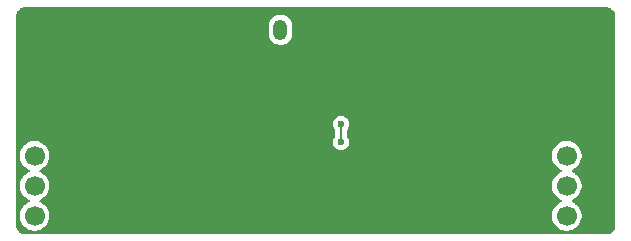
<source format=gbl>
G04 #@! TF.GenerationSoftware,KiCad,Pcbnew,9.0.1*
G04 #@! TF.CreationDate,2025-05-19T19:41:34+12:00*
G04 #@! TF.ProjectId,breadbat,62726561-6462-4617-942e-6b696361645f,v1.0.1*
G04 #@! TF.SameCoordinates,Original*
G04 #@! TF.FileFunction,Copper,L2,Bot*
G04 #@! TF.FilePolarity,Positive*
%FSLAX46Y46*%
G04 Gerber Fmt 4.6, Leading zero omitted, Abs format (unit mm)*
G04 Created by KiCad (PCBNEW 9.0.1) date 2025-05-19 19:41:34*
%MOMM*%
%LPD*%
G01*
G04 APERTURE LIST*
G04 Aperture macros list*
%AMRoundRect*
0 Rectangle with rounded corners*
0 $1 Rounding radius*
0 $2 $3 $4 $5 $6 $7 $8 $9 X,Y pos of 4 corners*
0 Add a 4 corners polygon primitive as box body*
4,1,4,$2,$3,$4,$5,$6,$7,$8,$9,$2,$3,0*
0 Add four circle primitives for the rounded corners*
1,1,$1+$1,$2,$3*
1,1,$1+$1,$4,$5*
1,1,$1+$1,$6,$7*
1,1,$1+$1,$8,$9*
0 Add four rect primitives between the rounded corners*
20,1,$1+$1,$2,$3,$4,$5,0*
20,1,$1+$1,$4,$5,$6,$7,0*
20,1,$1+$1,$6,$7,$8,$9,0*
20,1,$1+$1,$8,$9,$2,$3,0*%
G04 Aperture macros list end*
G04 #@! TA.AperFunction,HeatsinkPad*
%ADD10C,0.500000*%
G04 #@! TD*
G04 #@! TA.AperFunction,HeatsinkPad*
%ADD11R,1.900000X2.900000*%
G04 #@! TD*
G04 #@! TA.AperFunction,ComponentPad*
%ADD12O,1.200000X1.750000*%
G04 #@! TD*
G04 #@! TA.AperFunction,ComponentPad*
%ADD13RoundRect,0.250000X-0.350000X-0.625000X0.350000X-0.625000X0.350000X0.625000X-0.350000X0.625000X0*%
G04 #@! TD*
G04 #@! TA.AperFunction,HeatsinkPad*
%ADD14O,1.000000X1.700000*%
G04 #@! TD*
G04 #@! TA.AperFunction,ComponentPad*
%ADD15R,1.700000X1.700000*%
G04 #@! TD*
G04 #@! TA.AperFunction,ComponentPad*
%ADD16C,1.700000*%
G04 #@! TD*
G04 #@! TA.AperFunction,SMDPad,CuDef*
%ADD17C,1.500000*%
G04 #@! TD*
G04 #@! TA.AperFunction,ViaPad*
%ADD18C,0.800000*%
G04 #@! TD*
G04 #@! TA.AperFunction,ViaPad*
%ADD19C,0.600000*%
G04 #@! TD*
G04 #@! TA.AperFunction,Conductor*
%ADD20C,0.150000*%
G04 #@! TD*
G04 APERTURE END LIST*
D10*
X101027500Y-70837500D03*
X101027500Y-69637500D03*
X101027500Y-68437500D03*
D11*
X100327500Y-69637500D03*
D10*
X99627500Y-70837500D03*
X99627500Y-69637500D03*
X99627500Y-68437500D03*
D12*
X101147500Y-58567500D03*
D13*
X99147500Y-58567500D03*
D14*
X118867500Y-62937500D03*
X118867500Y-59137500D03*
X110227500Y-62937500D03*
X110227500Y-59137500D03*
D10*
X113257500Y-70727500D03*
X113257500Y-69527500D03*
X113257500Y-68327500D03*
D11*
X112557500Y-69527500D03*
D10*
X111857500Y-70727500D03*
X111857500Y-69527500D03*
X111857500Y-68327500D03*
D15*
X82877500Y-69237500D03*
D16*
X80337500Y-69237500D03*
X82877500Y-71777500D03*
X80337500Y-71777500D03*
X82877500Y-74317500D03*
X80337500Y-74317500D03*
D15*
X127937500Y-69237500D03*
D16*
X125397500Y-69237500D03*
X127937500Y-71777500D03*
X125397500Y-71777500D03*
X127937500Y-74317500D03*
X125397500Y-74317500D03*
D17*
X90887500Y-70017500D03*
D18*
X88777500Y-66527500D03*
X113127500Y-67227500D03*
D19*
X111977500Y-71727500D03*
X111977500Y-66377500D03*
X108377500Y-61327500D03*
X112727500Y-71727500D03*
D18*
X111977500Y-67227500D03*
X111797500Y-61837500D03*
X100237500Y-66037500D03*
D19*
X123577500Y-59327500D03*
X93477500Y-70227500D03*
D18*
X101007500Y-71737500D03*
X99727500Y-71747500D03*
D19*
X101077500Y-67427500D03*
X100277500Y-67427500D03*
X105277500Y-59727500D03*
D18*
X87377500Y-63527500D03*
D19*
X113477500Y-71727500D03*
X113127500Y-66377500D03*
D18*
X119627500Y-65477500D03*
X107057500Y-65537500D03*
X87377500Y-64927500D03*
X97777500Y-62927500D03*
X87377500Y-66527500D03*
D19*
X106777500Y-61327500D03*
X99527500Y-67427500D03*
D18*
X117297500Y-61827500D03*
D19*
X126677500Y-59227500D03*
X106277500Y-68077500D03*
X106287500Y-66537500D03*
D20*
X106287500Y-66537500D02*
X106277500Y-66547500D01*
X106277500Y-66547500D02*
X106277500Y-68077500D01*
G04 #@! TA.AperFunction,Conductor*
G36*
X128713561Y-56628597D02*
G01*
X128723551Y-56629580D01*
X128851324Y-56642165D01*
X128875152Y-56646904D01*
X129001777Y-56685315D01*
X129024225Y-56694614D01*
X129140906Y-56756982D01*
X129161116Y-56770486D01*
X129263391Y-56854420D01*
X129280579Y-56871608D01*
X129364512Y-56973881D01*
X129378017Y-56994093D01*
X129440383Y-57110771D01*
X129449686Y-57133228D01*
X129488093Y-57259838D01*
X129492835Y-57283680D01*
X129506403Y-57421438D01*
X129507000Y-57433592D01*
X129507000Y-75081407D01*
X129506403Y-75093560D01*
X129506403Y-75093561D01*
X129492835Y-75231319D01*
X129488093Y-75255161D01*
X129449686Y-75381771D01*
X129440383Y-75404228D01*
X129378017Y-75520906D01*
X129364512Y-75541118D01*
X129280579Y-75643391D01*
X129263391Y-75660579D01*
X129161118Y-75744512D01*
X129140906Y-75758017D01*
X129024228Y-75820383D01*
X129001771Y-75829686D01*
X128875161Y-75868093D01*
X128851319Y-75872835D01*
X128713562Y-75886403D01*
X128701408Y-75887000D01*
X79563592Y-75887000D01*
X79551438Y-75886403D01*
X79413680Y-75872835D01*
X79389840Y-75868093D01*
X79263228Y-75829686D01*
X79240771Y-75820383D01*
X79124093Y-75758017D01*
X79103881Y-75744512D01*
X79001608Y-75660579D01*
X78984420Y-75643391D01*
X78900486Y-75541116D01*
X78886982Y-75520906D01*
X78824614Y-75404225D01*
X78815315Y-75381777D01*
X78776904Y-75255152D01*
X78772165Y-75231324D01*
X78758597Y-75093560D01*
X78758000Y-75081407D01*
X78758000Y-69139077D01*
X79087000Y-69139077D01*
X79087000Y-69335922D01*
X79117790Y-69530326D01*
X79178617Y-69717529D01*
X79267976Y-69892905D01*
X79383672Y-70052146D01*
X79522854Y-70191328D01*
X79682095Y-70307024D01*
X79805492Y-70369897D01*
X79858713Y-70397015D01*
X79909509Y-70444989D01*
X79926304Y-70512810D01*
X79903767Y-70578945D01*
X79858713Y-70617985D01*
X79682094Y-70707976D01*
X79591241Y-70773985D01*
X79522854Y-70823672D01*
X79522852Y-70823674D01*
X79522851Y-70823674D01*
X79383674Y-70962851D01*
X79383674Y-70962852D01*
X79383672Y-70962854D01*
X79333985Y-71031241D01*
X79267976Y-71122094D01*
X79178617Y-71297470D01*
X79117790Y-71484673D01*
X79087000Y-71679077D01*
X79087000Y-71875922D01*
X79117790Y-72070326D01*
X79178617Y-72257529D01*
X79267976Y-72432905D01*
X79383672Y-72592146D01*
X79522854Y-72731328D01*
X79682095Y-72847024D01*
X79805492Y-72909897D01*
X79858713Y-72937015D01*
X79909509Y-72984989D01*
X79926304Y-73052810D01*
X79903767Y-73118945D01*
X79858713Y-73157985D01*
X79682094Y-73247976D01*
X79591241Y-73313985D01*
X79522854Y-73363672D01*
X79522852Y-73363674D01*
X79522851Y-73363674D01*
X79383674Y-73502851D01*
X79383674Y-73502852D01*
X79383672Y-73502854D01*
X79333985Y-73571241D01*
X79267976Y-73662094D01*
X79178617Y-73837470D01*
X79117790Y-74024673D01*
X79087000Y-74219077D01*
X79087000Y-74415922D01*
X79117790Y-74610326D01*
X79178617Y-74797529D01*
X79267976Y-74972905D01*
X79383672Y-75132146D01*
X79522854Y-75271328D01*
X79682095Y-75387024D01*
X79764955Y-75429243D01*
X79857470Y-75476382D01*
X79857472Y-75476382D01*
X79857475Y-75476384D01*
X79957817Y-75508987D01*
X80044673Y-75537209D01*
X80239078Y-75568000D01*
X80239083Y-75568000D01*
X80435922Y-75568000D01*
X80630326Y-75537209D01*
X80817525Y-75476384D01*
X80992905Y-75387024D01*
X81152146Y-75271328D01*
X81291328Y-75132146D01*
X81407024Y-74972905D01*
X81496384Y-74797525D01*
X81557209Y-74610326D01*
X81588000Y-74415922D01*
X81588000Y-74219077D01*
X81557209Y-74024673D01*
X81496382Y-73837470D01*
X81407023Y-73662094D01*
X81291328Y-73502854D01*
X81152146Y-73363672D01*
X81072525Y-73305824D01*
X80992903Y-73247974D01*
X80816287Y-73157985D01*
X80765490Y-73110011D01*
X80748695Y-73042190D01*
X80771232Y-72976055D01*
X80816287Y-72937015D01*
X80992903Y-72847025D01*
X80992902Y-72847025D01*
X80992905Y-72847024D01*
X81152146Y-72731328D01*
X81291328Y-72592146D01*
X81407024Y-72432905D01*
X81496384Y-72257525D01*
X81557209Y-72070326D01*
X81588000Y-71875922D01*
X81588000Y-71679077D01*
X81557209Y-71484673D01*
X81496382Y-71297470D01*
X81407023Y-71122094D01*
X81291328Y-70962854D01*
X81152146Y-70823672D01*
X81072525Y-70765824D01*
X80992903Y-70707974D01*
X80816287Y-70617985D01*
X80765490Y-70570011D01*
X80748695Y-70502190D01*
X80771232Y-70436055D01*
X80816287Y-70397015D01*
X80992903Y-70307025D01*
X80992902Y-70307025D01*
X80992905Y-70307024D01*
X81152146Y-70191328D01*
X81291328Y-70052146D01*
X81407024Y-69892905D01*
X81496384Y-69717525D01*
X81557209Y-69530326D01*
X81588000Y-69335922D01*
X81588000Y-69139077D01*
X124147000Y-69139077D01*
X124147000Y-69335922D01*
X124177790Y-69530326D01*
X124238617Y-69717529D01*
X124327976Y-69892905D01*
X124443672Y-70052146D01*
X124582854Y-70191328D01*
X124742095Y-70307024D01*
X124865492Y-70369897D01*
X124918713Y-70397015D01*
X124969509Y-70444989D01*
X124986304Y-70512810D01*
X124963767Y-70578945D01*
X124918713Y-70617985D01*
X124742094Y-70707976D01*
X124651241Y-70773985D01*
X124582854Y-70823672D01*
X124582852Y-70823674D01*
X124582851Y-70823674D01*
X124443674Y-70962851D01*
X124443674Y-70962852D01*
X124443672Y-70962854D01*
X124393985Y-71031241D01*
X124327976Y-71122094D01*
X124238617Y-71297470D01*
X124177790Y-71484673D01*
X124147000Y-71679077D01*
X124147000Y-71875922D01*
X124177790Y-72070326D01*
X124238617Y-72257529D01*
X124327976Y-72432905D01*
X124443672Y-72592146D01*
X124582854Y-72731328D01*
X124742095Y-72847024D01*
X124865492Y-72909897D01*
X124918713Y-72937015D01*
X124969509Y-72984989D01*
X124986304Y-73052810D01*
X124963767Y-73118945D01*
X124918713Y-73157985D01*
X124742094Y-73247976D01*
X124651241Y-73313985D01*
X124582854Y-73363672D01*
X124582852Y-73363674D01*
X124582851Y-73363674D01*
X124443674Y-73502851D01*
X124443674Y-73502852D01*
X124443672Y-73502854D01*
X124393985Y-73571241D01*
X124327976Y-73662094D01*
X124238617Y-73837470D01*
X124177790Y-74024673D01*
X124147000Y-74219077D01*
X124147000Y-74415922D01*
X124177790Y-74610326D01*
X124238617Y-74797529D01*
X124327976Y-74972905D01*
X124443672Y-75132146D01*
X124582854Y-75271328D01*
X124742095Y-75387024D01*
X124824955Y-75429243D01*
X124917470Y-75476382D01*
X124917472Y-75476382D01*
X124917475Y-75476384D01*
X125017817Y-75508987D01*
X125104673Y-75537209D01*
X125299078Y-75568000D01*
X125299083Y-75568000D01*
X125495922Y-75568000D01*
X125690326Y-75537209D01*
X125877525Y-75476384D01*
X126052905Y-75387024D01*
X126212146Y-75271328D01*
X126351328Y-75132146D01*
X126467024Y-74972905D01*
X126556384Y-74797525D01*
X126617209Y-74610326D01*
X126648000Y-74415922D01*
X126648000Y-74219077D01*
X126617209Y-74024673D01*
X126556382Y-73837470D01*
X126467023Y-73662094D01*
X126351328Y-73502854D01*
X126212146Y-73363672D01*
X126132525Y-73305824D01*
X126052903Y-73247974D01*
X125876287Y-73157985D01*
X125825490Y-73110011D01*
X125808695Y-73042190D01*
X125831232Y-72976055D01*
X125876287Y-72937015D01*
X126052903Y-72847025D01*
X126052902Y-72847025D01*
X126052905Y-72847024D01*
X126212146Y-72731328D01*
X126351328Y-72592146D01*
X126467024Y-72432905D01*
X126556384Y-72257525D01*
X126617209Y-72070326D01*
X126648000Y-71875922D01*
X126648000Y-71679077D01*
X126617209Y-71484673D01*
X126556382Y-71297470D01*
X126467023Y-71122094D01*
X126351328Y-70962854D01*
X126212146Y-70823672D01*
X126132525Y-70765824D01*
X126052903Y-70707974D01*
X125876287Y-70617985D01*
X125825490Y-70570011D01*
X125808695Y-70502190D01*
X125831232Y-70436055D01*
X125876287Y-70397015D01*
X126052903Y-70307025D01*
X126052902Y-70307025D01*
X126052905Y-70307024D01*
X126212146Y-70191328D01*
X126351328Y-70052146D01*
X126467024Y-69892905D01*
X126556384Y-69717525D01*
X126617209Y-69530326D01*
X126648000Y-69335922D01*
X126648000Y-69139077D01*
X126617209Y-68944673D01*
X126556382Y-68757470D01*
X126467023Y-68582094D01*
X126351328Y-68422854D01*
X126212146Y-68283672D01*
X126052905Y-68167976D01*
X126010742Y-68146493D01*
X125877529Y-68078617D01*
X125690326Y-68017790D01*
X125495922Y-67987000D01*
X125495917Y-67987000D01*
X125299083Y-67987000D01*
X125299078Y-67987000D01*
X125104673Y-68017790D01*
X124917470Y-68078617D01*
X124742094Y-68167976D01*
X124651241Y-68233985D01*
X124582854Y-68283672D01*
X124582852Y-68283674D01*
X124582851Y-68283674D01*
X124443674Y-68422851D01*
X124443674Y-68422852D01*
X124443672Y-68422854D01*
X124393985Y-68491241D01*
X124327976Y-68582094D01*
X124238617Y-68757470D01*
X124177790Y-68944673D01*
X124147000Y-69139077D01*
X81588000Y-69139077D01*
X81557209Y-68944673D01*
X81496382Y-68757470D01*
X81407023Y-68582094D01*
X81291328Y-68422854D01*
X81152146Y-68283672D01*
X80992905Y-68167976D01*
X80950746Y-68146495D01*
X105576999Y-68146495D01*
X105603918Y-68281822D01*
X105603921Y-68281832D01*
X105656721Y-68409304D01*
X105656728Y-68409317D01*
X105733385Y-68524041D01*
X105733388Y-68524045D01*
X105830954Y-68621611D01*
X105830958Y-68621614D01*
X105945682Y-68698271D01*
X105945695Y-68698278D01*
X106073167Y-68751078D01*
X106073172Y-68751080D01*
X106073176Y-68751080D01*
X106073177Y-68751081D01*
X106208504Y-68778000D01*
X106208507Y-68778000D01*
X106346495Y-68778000D01*
X106449678Y-68757475D01*
X106481828Y-68751080D01*
X106609311Y-68698275D01*
X106724042Y-68621614D01*
X106821614Y-68524042D01*
X106898275Y-68409311D01*
X106951080Y-68281828D01*
X106978000Y-68146493D01*
X106978000Y-68008507D01*
X106978000Y-68008504D01*
X106951081Y-67873177D01*
X106951080Y-67873176D01*
X106951080Y-67873172D01*
X106951078Y-67873167D01*
X106898278Y-67745695D01*
X106898271Y-67745682D01*
X106821614Y-67630958D01*
X106821611Y-67630954D01*
X106789319Y-67598662D01*
X106755834Y-67537339D01*
X106753000Y-67510981D01*
X106753000Y-67114018D01*
X106772685Y-67046979D01*
X106789320Y-67026336D01*
X106831611Y-66984045D01*
X106831614Y-66984042D01*
X106908275Y-66869311D01*
X106961080Y-66741828D01*
X106988000Y-66606493D01*
X106988000Y-66468507D01*
X106988000Y-66468504D01*
X106961081Y-66333177D01*
X106961080Y-66333176D01*
X106961080Y-66333172D01*
X106961078Y-66333167D01*
X106908278Y-66205695D01*
X106908271Y-66205682D01*
X106831614Y-66090958D01*
X106831611Y-66090954D01*
X106734045Y-65993388D01*
X106734041Y-65993385D01*
X106619317Y-65916728D01*
X106619304Y-65916721D01*
X106491832Y-65863921D01*
X106491822Y-65863918D01*
X106356495Y-65837000D01*
X106356493Y-65837000D01*
X106218507Y-65837000D01*
X106218505Y-65837000D01*
X106083177Y-65863918D01*
X106083167Y-65863921D01*
X105955695Y-65916721D01*
X105955682Y-65916728D01*
X105840958Y-65993385D01*
X105840954Y-65993388D01*
X105743388Y-66090954D01*
X105743385Y-66090958D01*
X105666728Y-66205682D01*
X105666721Y-66205695D01*
X105613921Y-66333167D01*
X105613918Y-66333177D01*
X105587000Y-66468504D01*
X105587000Y-66468507D01*
X105587000Y-66606493D01*
X105587000Y-66606495D01*
X105586999Y-66606495D01*
X105613918Y-66741822D01*
X105613921Y-66741832D01*
X105666721Y-66869304D01*
X105666728Y-66869317D01*
X105743384Y-66984040D01*
X105743385Y-66984041D01*
X105743386Y-66984042D01*
X105765681Y-67006337D01*
X105799166Y-67067658D01*
X105802000Y-67094018D01*
X105802000Y-67510981D01*
X105782315Y-67578020D01*
X105765681Y-67598662D01*
X105733388Y-67630954D01*
X105733385Y-67630958D01*
X105656728Y-67745682D01*
X105656721Y-67745695D01*
X105603921Y-67873167D01*
X105603918Y-67873177D01*
X105577000Y-68008504D01*
X105577000Y-68008507D01*
X105577000Y-68146493D01*
X105577000Y-68146495D01*
X105576999Y-68146495D01*
X80950746Y-68146495D01*
X80884812Y-68112900D01*
X80884810Y-68112898D01*
X80817532Y-68078618D01*
X80630326Y-68017790D01*
X80435922Y-67987000D01*
X80435917Y-67987000D01*
X80239083Y-67987000D01*
X80239078Y-67987000D01*
X80044673Y-68017790D01*
X79857470Y-68078617D01*
X79682094Y-68167976D01*
X79591241Y-68233985D01*
X79522854Y-68283672D01*
X79522852Y-68283674D01*
X79522851Y-68283674D01*
X79383674Y-68422851D01*
X79383674Y-68422852D01*
X79383672Y-68422854D01*
X79333985Y-68491241D01*
X79267976Y-68582094D01*
X79178617Y-68757470D01*
X79117790Y-68944673D01*
X79087000Y-69139077D01*
X78758000Y-69139077D01*
X78758000Y-58941043D01*
X100146999Y-58941043D01*
X100185447Y-59134329D01*
X100185450Y-59134339D01*
X100260864Y-59316407D01*
X100260871Y-59316420D01*
X100370360Y-59480281D01*
X100370363Y-59480285D01*
X100509714Y-59619636D01*
X100509718Y-59619639D01*
X100673579Y-59729128D01*
X100673592Y-59729135D01*
X100855660Y-59804549D01*
X100855665Y-59804551D01*
X100855669Y-59804551D01*
X100855670Y-59804552D01*
X101048956Y-59843000D01*
X101048959Y-59843000D01*
X101246043Y-59843000D01*
X101376082Y-59817132D01*
X101439335Y-59804551D01*
X101621414Y-59729132D01*
X101785282Y-59619639D01*
X101924639Y-59480282D01*
X102034132Y-59316414D01*
X102109551Y-59134335D01*
X102148000Y-58941041D01*
X102148000Y-58193959D01*
X102148000Y-58193956D01*
X102109552Y-58000670D01*
X102109551Y-58000669D01*
X102109551Y-58000665D01*
X102109549Y-58000660D01*
X102034135Y-57818592D01*
X102034128Y-57818579D01*
X101924639Y-57654718D01*
X101924636Y-57654714D01*
X101785285Y-57515363D01*
X101785281Y-57515360D01*
X101621420Y-57405871D01*
X101621407Y-57405864D01*
X101439339Y-57330450D01*
X101439329Y-57330447D01*
X101246043Y-57292000D01*
X101246041Y-57292000D01*
X101048959Y-57292000D01*
X101048957Y-57292000D01*
X100855670Y-57330447D01*
X100855660Y-57330450D01*
X100673592Y-57405864D01*
X100673579Y-57405871D01*
X100509718Y-57515360D01*
X100509714Y-57515363D01*
X100370363Y-57654714D01*
X100370360Y-57654718D01*
X100260871Y-57818579D01*
X100260864Y-57818592D01*
X100185450Y-58000660D01*
X100185447Y-58000670D01*
X100147000Y-58193956D01*
X100147000Y-58193959D01*
X100147000Y-58941041D01*
X100147000Y-58941043D01*
X100146999Y-58941043D01*
X78758000Y-58941043D01*
X78758000Y-57433592D01*
X78758597Y-57421439D01*
X78760130Y-57405871D01*
X78772165Y-57283671D01*
X78776903Y-57259849D01*
X78815316Y-57133219D01*
X78824613Y-57110778D01*
X78886985Y-56994087D01*
X78900482Y-56973887D01*
X78984424Y-56871603D01*
X79001603Y-56854424D01*
X79103887Y-56770482D01*
X79124087Y-56756985D01*
X79240778Y-56694613D01*
X79263219Y-56685316D01*
X79389849Y-56646903D01*
X79413673Y-56642165D01*
X79542670Y-56629460D01*
X79551439Y-56628597D01*
X79563592Y-56628000D01*
X79597382Y-56628000D01*
X128667618Y-56628000D01*
X128701408Y-56628000D01*
X128713561Y-56628597D01*
G37*
G04 #@! TD.AperFunction*
M02*

</source>
